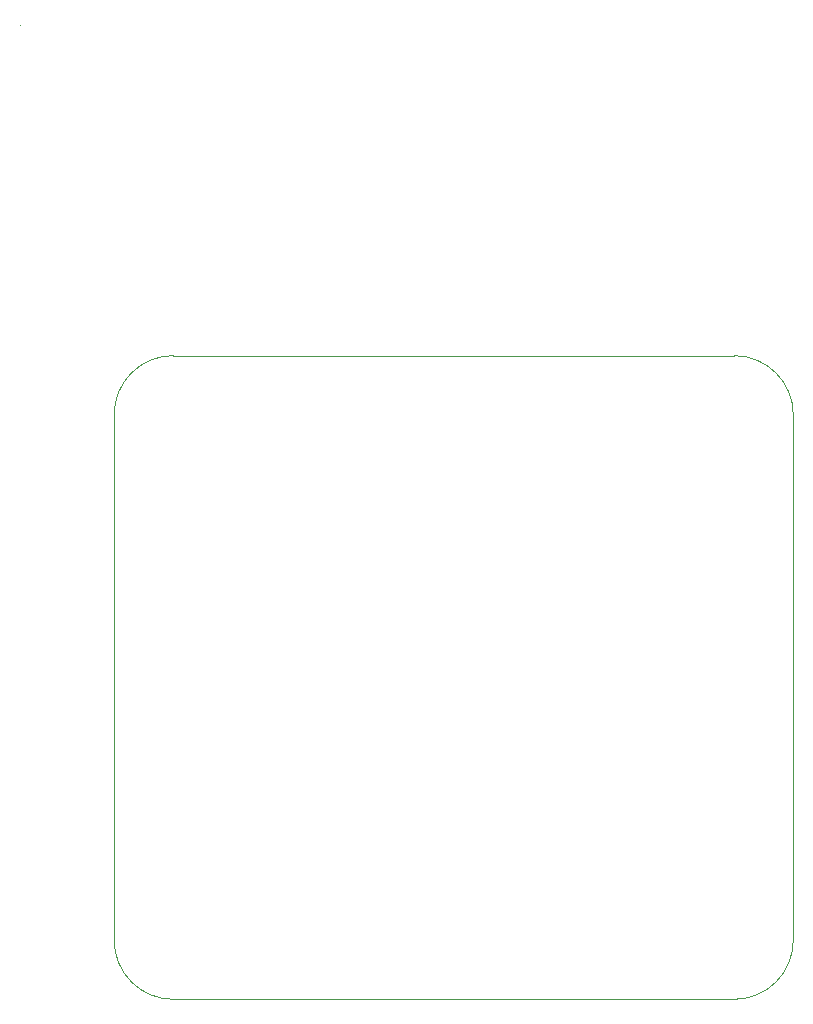
<source format=gm1>
%TF.GenerationSoftware,KiCad,Pcbnew,9.0.6*%
%TF.CreationDate,2026-01-28T21:09:16+07:00*%
%TF.ProjectId,BluetoothCar,426c7565-746f-46f7-9468-4361722e6b69,rev?*%
%TF.SameCoordinates,Original*%
%TF.FileFunction,Profile,NP*%
%FSLAX46Y46*%
G04 Gerber Fmt 4.6, Leading zero omitted, Abs format (unit mm)*
G04 Created by KiCad (PCBNEW 9.0.6) date 2026-01-28 21:09:16*
%MOMM*%
%LPD*%
G01*
G04 APERTURE LIST*
%TA.AperFunction,Profile*%
%ADD10C,0.050000*%
%TD*%
G04 APERTURE END LIST*
D10*
X132500000Y-162500000D02*
X85000000Y-162500000D01*
X137500000Y-113000000D02*
X137500000Y-157500000D01*
X80000000Y-157500000D02*
X80000000Y-113000000D01*
X85000000Y-162500000D02*
G75*
G02*
X80000000Y-157500000I0J5000000D01*
G01*
X137500000Y-157500000D02*
G75*
G02*
X132500000Y-162500000I-5000000J0D01*
G01*
X85000000Y-108000000D02*
X132500000Y-108000000D01*
X132500000Y-108000000D02*
G75*
G02*
X137500000Y-113000000I0J-5000000D01*
G01*
X80000000Y-113000000D02*
G75*
G02*
X85000000Y-108000000I5000000J0D01*
G01*
X72000000Y-80000000D02*
X72000000Y-80000000D01*
M02*

</source>
